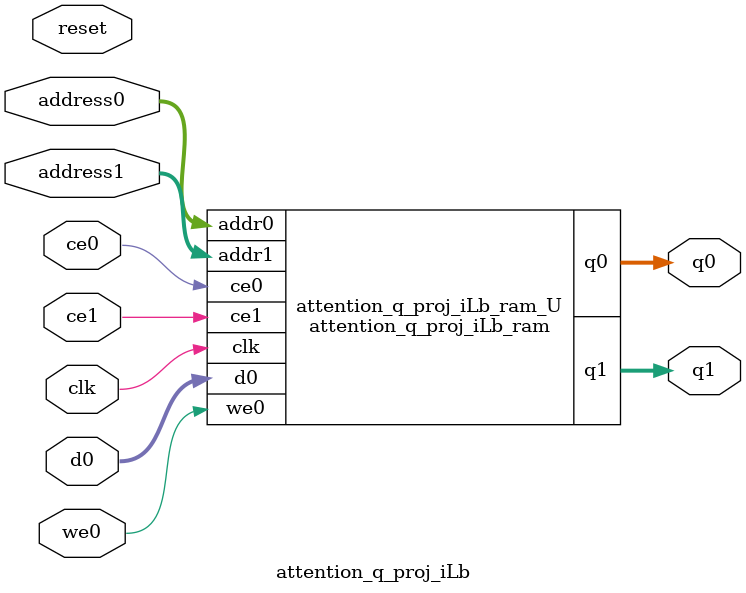
<source format=v>
`timescale 1 ns / 1 ps
module attention_q_proj_iLb_ram (addr0, ce0, d0, we0, q0, addr1, ce1, q1,  clk);

parameter DWIDTH = 40;
parameter AWIDTH = 11;
parameter MEM_SIZE = 1536;

input[AWIDTH-1:0] addr0;
input ce0;
input[DWIDTH-1:0] d0;
input we0;
output reg[DWIDTH-1:0] q0;
input[AWIDTH-1:0] addr1;
input ce1;
output reg[DWIDTH-1:0] q1;
input clk;

(* ram_style = "block" *)reg [DWIDTH-1:0] ram[0:MEM_SIZE-1];




always @(posedge clk)  
begin 
    if (ce0) begin
        if (we0) 
            ram[addr0] <= d0; 
        q0 <= ram[addr0];
    end
end


always @(posedge clk)  
begin 
    if (ce1) begin
        q1 <= ram[addr1];
    end
end


endmodule

`timescale 1 ns / 1 ps
module attention_q_proj_iLb(
    reset,
    clk,
    address0,
    ce0,
    we0,
    d0,
    q0,
    address1,
    ce1,
    q1);

parameter DataWidth = 32'd40;
parameter AddressRange = 32'd1536;
parameter AddressWidth = 32'd11;
input reset;
input clk;
input[AddressWidth - 1:0] address0;
input ce0;
input we0;
input[DataWidth - 1:0] d0;
output[DataWidth - 1:0] q0;
input[AddressWidth - 1:0] address1;
input ce1;
output[DataWidth - 1:0] q1;



attention_q_proj_iLb_ram attention_q_proj_iLb_ram_U(
    .clk( clk ),
    .addr0( address0 ),
    .ce0( ce0 ),
    .we0( we0 ),
    .d0( d0 ),
    .q0( q0 ),
    .addr1( address1 ),
    .ce1( ce1 ),
    .q1( q1 ));

endmodule


</source>
